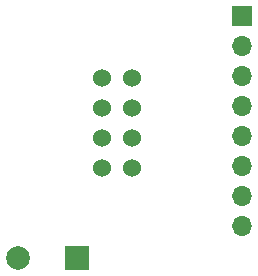
<source format=gts>
%TF.GenerationSoftware,KiCad,Pcbnew,(6.0.4)*%
%TF.CreationDate,2022-05-23T21:32:27+01:00*%
%TF.ProjectId,nRF24BB,6e524632-3442-4422-9e6b-696361645f70,1.0*%
%TF.SameCoordinates,Original*%
%TF.FileFunction,Soldermask,Top*%
%TF.FilePolarity,Negative*%
%FSLAX46Y46*%
G04 Gerber Fmt 4.6, Leading zero omitted, Abs format (unit mm)*
G04 Created by KiCad (PCBNEW (6.0.4)) date 2022-05-23 21:32:27*
%MOMM*%
%LPD*%
G01*
G04 APERTURE LIST*
%ADD10R,2.000000X2.000000*%
%ADD11C,2.000000*%
%ADD12C,1.524000*%
%ADD13R,1.700000X1.700000*%
%ADD14O,1.700000X1.700000*%
G04 APERTURE END LIST*
D10*
%TO.C,C1*%
X154945477Y-101701600D03*
D11*
X149945477Y-101701600D03*
%TD*%
D12*
%TO.C,U1*%
X159639000Y-94107000D03*
X159639000Y-91567000D03*
X159639000Y-89027000D03*
X159639000Y-86487000D03*
X157099000Y-86487000D03*
X157099000Y-89027000D03*
X157099000Y-91567000D03*
X157099000Y-94107000D03*
%TD*%
D13*
%TO.C,J1*%
X168910000Y-81280000D03*
D14*
X168910000Y-83820000D03*
X168910000Y-86360000D03*
X168910000Y-88900000D03*
X168910000Y-91440000D03*
X168910000Y-93980000D03*
X168910000Y-96520000D03*
X168910000Y-99060000D03*
%TD*%
M02*

</source>
